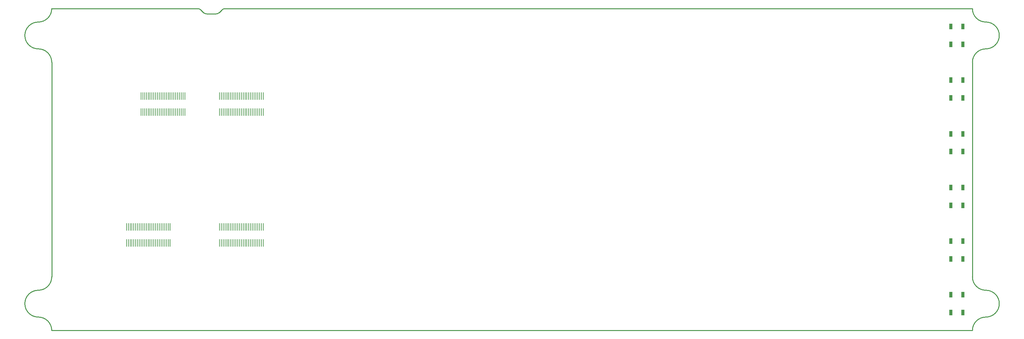
<source format=gtp>
G04*
G04 #@! TF.GenerationSoftware,Altium Limited,Altium Designer,22.2.1 (43)*
G04*
G04 Layer_Color=8421504*
%FSLAX44Y44*%
%MOMM*%
G71*
G04*
G04 #@! TF.SameCoordinates,C2D7B67D-8841-428D-B263-7EF30795714A*
G04*
G04*
G04 #@! TF.FilePolarity,Positive*
G04*
G01*
G75*
%ADD10C,0.2540*%
%ADD15R,0.9000X1.5000*%
%ADD16R,0.2500X2.0000*%
D10*
X-36875Y405625D02*
G03*
X-73750Y368750I-0J-36875D01*
G01*
D02*
G03*
X-36875Y331875I36875J0D01*
G01*
X0Y295000D02*
G03*
X-36875Y331875I-36875J0D01*
G01*
Y405625D02*
G03*
X0Y442500I0J36875D01*
G01*
Y-442500D02*
G03*
X-36875Y-405625I-36875J0D01*
G01*
Y-331875D02*
G03*
X0Y-295000I0J36875D01*
G01*
X-36875Y-331875D02*
G03*
X-73750Y-368750I-0J-36875D01*
G01*
D02*
G03*
X-36875Y-405625I36875J0D01*
G01*
X2561875D02*
G03*
X2598750Y-368750I0J36875D01*
G01*
D02*
G03*
X2561875Y-331875I-36875J0D01*
G01*
X2525000Y-295000D02*
G03*
X2561875Y-331875I36875J0D01*
G01*
Y-405625D02*
G03*
X2525000Y-442500I-0J-36875D01*
G01*
Y442500D02*
G03*
X2561875Y405625I36875J0D01*
G01*
Y331875D02*
G03*
X2525000Y295000I-0J-36875D01*
G01*
X2561875Y331875D02*
G03*
X2598750Y368750I0J36875D01*
G01*
D02*
G03*
X2561875Y405625I-36875J0D01*
G01*
X450750Y428000D02*
G03*
X459286Y431535I0J12071D01*
G01*
X475250Y442500D02*
G03*
X466715Y438965I0J-12071D01*
G01*
X408786D02*
G03*
X400250Y442500I-8536J-8536D01*
G01*
X416214Y431535D02*
G03*
X424750Y428000I8536J8536D01*
G01*
X0Y-295000D02*
Y-0D01*
Y295000D01*
X2525000Y-0D02*
Y295000D01*
Y-295000D02*
Y-0D01*
X475250Y442500D02*
X2525000Y442500D01*
X0Y442500D02*
X400250Y442500D01*
X459286Y431536D02*
X466715Y438965D01*
X408786D02*
X416214Y431536D01*
X424750Y428000D02*
X437750D01*
X450750D01*
X0Y-442500D02*
X2525000Y-442500D01*
D15*
X2499000Y-344250D02*
D03*
X2466000D02*
D03*
X2499000Y-393250D02*
D03*
X2466000D02*
D03*
X2499000Y-196750D02*
D03*
X2466000D02*
D03*
X2499000Y-245750D02*
D03*
X2466000D02*
D03*
X2499000Y-49250D02*
D03*
X2466000D02*
D03*
X2499000Y-98250D02*
D03*
X2466000D02*
D03*
X2499000Y98250D02*
D03*
X2466000D02*
D03*
X2499000Y49250D02*
D03*
X2466000D02*
D03*
X2499000Y245750D02*
D03*
X2466000D02*
D03*
X2499000Y196750D02*
D03*
X2466000D02*
D03*
X2499000Y393250D02*
D03*
X2466000D02*
D03*
X2499000Y344250D02*
D03*
X2466000D02*
D03*
D16*
X460000Y-202000D02*
D03*
X465000D02*
D03*
X470000D02*
D03*
X475000D02*
D03*
X480000D02*
D03*
X485000D02*
D03*
X490000D02*
D03*
X495000D02*
D03*
X500000D02*
D03*
X505000D02*
D03*
X535000D02*
D03*
X515000D02*
D03*
X510000D02*
D03*
X520000D02*
D03*
X575000D02*
D03*
X525000D02*
D03*
X530000D02*
D03*
X540000D02*
D03*
X545000D02*
D03*
X550000D02*
D03*
X555000D02*
D03*
X560000D02*
D03*
X565000D02*
D03*
X570000D02*
D03*
X580000D02*
D03*
X460000Y-158000D02*
D03*
X465000D02*
D03*
X470000D02*
D03*
X475000D02*
D03*
X480000D02*
D03*
X485000D02*
D03*
X490000D02*
D03*
X495000D02*
D03*
X500000D02*
D03*
X505000D02*
D03*
X535000D02*
D03*
X515000D02*
D03*
X510000D02*
D03*
X520000D02*
D03*
X575000D02*
D03*
X525000D02*
D03*
X530000D02*
D03*
X540000D02*
D03*
X545000D02*
D03*
X550000D02*
D03*
X555000D02*
D03*
X560000D02*
D03*
X565000D02*
D03*
X570000D02*
D03*
X580000D02*
D03*
X205000Y-202000D02*
D03*
X210000D02*
D03*
X215000D02*
D03*
X220000D02*
D03*
X225000D02*
D03*
X230000D02*
D03*
X235000D02*
D03*
X240000D02*
D03*
X245000D02*
D03*
X250000D02*
D03*
X280000D02*
D03*
X260000D02*
D03*
X255000D02*
D03*
X265000D02*
D03*
X320000D02*
D03*
X270000D02*
D03*
X275000D02*
D03*
X285000D02*
D03*
X290000D02*
D03*
X295000D02*
D03*
X300000D02*
D03*
X305000D02*
D03*
X310000D02*
D03*
X315000D02*
D03*
X325000D02*
D03*
X205000Y-158000D02*
D03*
X210000D02*
D03*
X215000D02*
D03*
X220000D02*
D03*
X225000D02*
D03*
X230000D02*
D03*
X235000D02*
D03*
X240000D02*
D03*
X245000D02*
D03*
X250000D02*
D03*
X280000D02*
D03*
X260000D02*
D03*
X255000D02*
D03*
X265000D02*
D03*
X320000D02*
D03*
X270000D02*
D03*
X275000D02*
D03*
X285000D02*
D03*
X290000D02*
D03*
X295000D02*
D03*
X300000D02*
D03*
X305000D02*
D03*
X310000D02*
D03*
X315000D02*
D03*
X325000D02*
D03*
X460000Y158000D02*
D03*
X465000D02*
D03*
X470000D02*
D03*
X475000D02*
D03*
X480000D02*
D03*
X485000D02*
D03*
X490000D02*
D03*
X495000D02*
D03*
X500000D02*
D03*
X505000D02*
D03*
X535000D02*
D03*
X515000D02*
D03*
X510000D02*
D03*
X520000D02*
D03*
X575000D02*
D03*
X525000D02*
D03*
X530000D02*
D03*
X540000D02*
D03*
X545000D02*
D03*
X550000D02*
D03*
X555000D02*
D03*
X560000D02*
D03*
X565000D02*
D03*
X570000D02*
D03*
X580000D02*
D03*
X460000Y202000D02*
D03*
X465000D02*
D03*
X470000D02*
D03*
X475000D02*
D03*
X480000D02*
D03*
X485000D02*
D03*
X490000D02*
D03*
X495000D02*
D03*
X500000D02*
D03*
X505000D02*
D03*
X535000D02*
D03*
X515000D02*
D03*
X510000D02*
D03*
X520000D02*
D03*
X575000D02*
D03*
X525000D02*
D03*
X530000D02*
D03*
X540000D02*
D03*
X545000D02*
D03*
X550000D02*
D03*
X555000D02*
D03*
X560000D02*
D03*
X565000D02*
D03*
X570000D02*
D03*
X580000D02*
D03*
X245000Y158000D02*
D03*
X250000D02*
D03*
X255000D02*
D03*
X260000D02*
D03*
X265000D02*
D03*
X270000D02*
D03*
X275000D02*
D03*
X280000D02*
D03*
X285000D02*
D03*
X290000D02*
D03*
X320000D02*
D03*
X300000D02*
D03*
X295000D02*
D03*
X305000D02*
D03*
X360000D02*
D03*
X310000D02*
D03*
X315000D02*
D03*
X325000D02*
D03*
X330000D02*
D03*
X335000D02*
D03*
X340000D02*
D03*
X345000D02*
D03*
X350000D02*
D03*
X355000D02*
D03*
X365000D02*
D03*
X245000Y202000D02*
D03*
X250000D02*
D03*
X255000D02*
D03*
X260000D02*
D03*
X265000D02*
D03*
X270000D02*
D03*
X275000D02*
D03*
X280000D02*
D03*
X285000D02*
D03*
X290000D02*
D03*
X320000D02*
D03*
X300000D02*
D03*
X295000D02*
D03*
X305000D02*
D03*
X360000D02*
D03*
X310000D02*
D03*
X315000D02*
D03*
X325000D02*
D03*
X330000D02*
D03*
X335000D02*
D03*
X340000D02*
D03*
X345000D02*
D03*
X350000D02*
D03*
X355000D02*
D03*
X365000D02*
D03*
M02*

</source>
